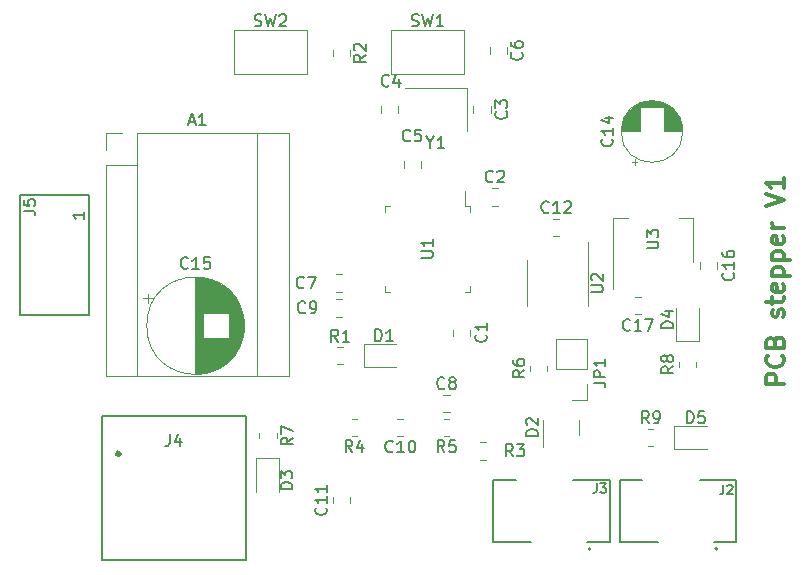
<source format=gbr>
%TF.GenerationSoftware,KiCad,Pcbnew,(6.0.2)*%
%TF.CreationDate,2022-03-05T17:56:55+01:00*%
%TF.ProjectId,PCB_stepper,5043425f-7374-4657-9070-65722e6b6963,rev?*%
%TF.SameCoordinates,Original*%
%TF.FileFunction,Legend,Top*%
%TF.FilePolarity,Positive*%
%FSLAX46Y46*%
G04 Gerber Fmt 4.6, Leading zero omitted, Abs format (unit mm)*
G04 Created by KiCad (PCBNEW (6.0.2)) date 2022-03-05 17:56:55*
%MOMM*%
%LPD*%
G01*
G04 APERTURE LIST*
%ADD10C,0.304800*%
%ADD11C,0.150000*%
%ADD12C,0.120000*%
%ADD13C,0.200000*%
%ADD14C,0.127000*%
%ADD15C,0.400000*%
G04 APERTURE END LIST*
D10*
X174189428Y-88422285D02*
X172665428Y-88422285D01*
X172665428Y-87841714D01*
X172738000Y-87696571D01*
X172810571Y-87624000D01*
X172955714Y-87551428D01*
X173173428Y-87551428D01*
X173318571Y-87624000D01*
X173391142Y-87696571D01*
X173463714Y-87841714D01*
X173463714Y-88422285D01*
X174044285Y-86027428D02*
X174116857Y-86100000D01*
X174189428Y-86317714D01*
X174189428Y-86462857D01*
X174116857Y-86680571D01*
X173971714Y-86825714D01*
X173826571Y-86898285D01*
X173536285Y-86970857D01*
X173318571Y-86970857D01*
X173028285Y-86898285D01*
X172883142Y-86825714D01*
X172738000Y-86680571D01*
X172665428Y-86462857D01*
X172665428Y-86317714D01*
X172738000Y-86100000D01*
X172810571Y-86027428D01*
X173391142Y-84866285D02*
X173463714Y-84648571D01*
X173536285Y-84576000D01*
X173681428Y-84503428D01*
X173899142Y-84503428D01*
X174044285Y-84576000D01*
X174116857Y-84648571D01*
X174189428Y-84793714D01*
X174189428Y-85374285D01*
X172665428Y-85374285D01*
X172665428Y-84866285D01*
X172738000Y-84721142D01*
X172810571Y-84648571D01*
X172955714Y-84576000D01*
X173100857Y-84576000D01*
X173246000Y-84648571D01*
X173318571Y-84721142D01*
X173391142Y-84866285D01*
X173391142Y-85374285D01*
X174116857Y-82761714D02*
X174189428Y-82616571D01*
X174189428Y-82326285D01*
X174116857Y-82181142D01*
X173971714Y-82108571D01*
X173899142Y-82108571D01*
X173754000Y-82181142D01*
X173681428Y-82326285D01*
X173681428Y-82544000D01*
X173608857Y-82689142D01*
X173463714Y-82761714D01*
X173391142Y-82761714D01*
X173246000Y-82689142D01*
X173173428Y-82544000D01*
X173173428Y-82326285D01*
X173246000Y-82181142D01*
X173173428Y-81673142D02*
X173173428Y-81092571D01*
X172665428Y-81455428D02*
X173971714Y-81455428D01*
X174116857Y-81382857D01*
X174189428Y-81237714D01*
X174189428Y-81092571D01*
X174116857Y-80004000D02*
X174189428Y-80149142D01*
X174189428Y-80439428D01*
X174116857Y-80584571D01*
X173971714Y-80657142D01*
X173391142Y-80657142D01*
X173246000Y-80584571D01*
X173173428Y-80439428D01*
X173173428Y-80149142D01*
X173246000Y-80004000D01*
X173391142Y-79931428D01*
X173536285Y-79931428D01*
X173681428Y-80657142D01*
X173173428Y-79278285D02*
X174697428Y-79278285D01*
X173246000Y-79278285D02*
X173173428Y-79133142D01*
X173173428Y-78842857D01*
X173246000Y-78697714D01*
X173318571Y-78625142D01*
X173463714Y-78552571D01*
X173899142Y-78552571D01*
X174044285Y-78625142D01*
X174116857Y-78697714D01*
X174189428Y-78842857D01*
X174189428Y-79133142D01*
X174116857Y-79278285D01*
X173173428Y-77899428D02*
X174697428Y-77899428D01*
X173246000Y-77899428D02*
X173173428Y-77754285D01*
X173173428Y-77464000D01*
X173246000Y-77318857D01*
X173318571Y-77246285D01*
X173463714Y-77173714D01*
X173899142Y-77173714D01*
X174044285Y-77246285D01*
X174116857Y-77318857D01*
X174189428Y-77464000D01*
X174189428Y-77754285D01*
X174116857Y-77899428D01*
X174116857Y-75940000D02*
X174189428Y-76085142D01*
X174189428Y-76375428D01*
X174116857Y-76520571D01*
X173971714Y-76593142D01*
X173391142Y-76593142D01*
X173246000Y-76520571D01*
X173173428Y-76375428D01*
X173173428Y-76085142D01*
X173246000Y-75940000D01*
X173391142Y-75867428D01*
X173536285Y-75867428D01*
X173681428Y-76593142D01*
X174189428Y-75214285D02*
X173173428Y-75214285D01*
X173463714Y-75214285D02*
X173318571Y-75141714D01*
X173246000Y-75069142D01*
X173173428Y-74924000D01*
X173173428Y-74778857D01*
X172665428Y-73327428D02*
X174189428Y-72819428D01*
X172665428Y-72311428D01*
X174189428Y-71005142D02*
X174189428Y-71876000D01*
X174189428Y-71440571D02*
X172665428Y-71440571D01*
X172883142Y-71585714D01*
X173028285Y-71730857D01*
X173100857Y-71876000D01*
D11*
%TO.C,D3*%
X132552380Y-97338095D02*
X131552380Y-97338095D01*
X131552380Y-97100000D01*
X131600000Y-96957142D01*
X131695238Y-96861904D01*
X131790476Y-96814285D01*
X131980952Y-96766666D01*
X132123809Y-96766666D01*
X132314285Y-96814285D01*
X132409523Y-96861904D01*
X132504761Y-96957142D01*
X132552380Y-97100000D01*
X132552380Y-97338095D01*
X131552380Y-96433333D02*
X131552380Y-95814285D01*
X131933333Y-96147619D01*
X131933333Y-96004761D01*
X131980952Y-95909523D01*
X132028571Y-95861904D01*
X132123809Y-95814285D01*
X132361904Y-95814285D01*
X132457142Y-95861904D01*
X132504761Y-95909523D01*
X132552380Y-96004761D01*
X132552380Y-96290476D01*
X132504761Y-96385714D01*
X132457142Y-96433333D01*
%TO.C,C12*%
X154257142Y-73877142D02*
X154209523Y-73924761D01*
X154066666Y-73972380D01*
X153971428Y-73972380D01*
X153828571Y-73924761D01*
X153733333Y-73829523D01*
X153685714Y-73734285D01*
X153638095Y-73543809D01*
X153638095Y-73400952D01*
X153685714Y-73210476D01*
X153733333Y-73115238D01*
X153828571Y-73020000D01*
X153971428Y-72972380D01*
X154066666Y-72972380D01*
X154209523Y-73020000D01*
X154257142Y-73067619D01*
X155209523Y-73972380D02*
X154638095Y-73972380D01*
X154923809Y-73972380D02*
X154923809Y-72972380D01*
X154828571Y-73115238D01*
X154733333Y-73210476D01*
X154638095Y-73258095D01*
X155590476Y-73067619D02*
X155638095Y-73020000D01*
X155733333Y-72972380D01*
X155971428Y-72972380D01*
X156066666Y-73020000D01*
X156114285Y-73067619D01*
X156161904Y-73162857D01*
X156161904Y-73258095D01*
X156114285Y-73400952D01*
X155542857Y-73972380D01*
X156161904Y-73972380D01*
%TO.C,J2*%
X169033333Y-96961904D02*
X169033333Y-97533333D01*
X168995238Y-97647619D01*
X168919047Y-97723809D01*
X168804761Y-97761904D01*
X168728571Y-97761904D01*
X169376190Y-97038095D02*
X169414285Y-97000000D01*
X169490476Y-96961904D01*
X169680952Y-96961904D01*
X169757142Y-97000000D01*
X169795238Y-97038095D01*
X169833333Y-97114285D01*
X169833333Y-97190476D01*
X169795238Y-97304761D01*
X169338095Y-97761904D01*
X169833333Y-97761904D01*
%TO.C,C2*%
X149533333Y-71277142D02*
X149485714Y-71324761D01*
X149342857Y-71372380D01*
X149247619Y-71372380D01*
X149104761Y-71324761D01*
X149009523Y-71229523D01*
X148961904Y-71134285D01*
X148914285Y-70943809D01*
X148914285Y-70800952D01*
X148961904Y-70610476D01*
X149009523Y-70515238D01*
X149104761Y-70420000D01*
X149247619Y-70372380D01*
X149342857Y-70372380D01*
X149485714Y-70420000D01*
X149533333Y-70467619D01*
X149914285Y-70467619D02*
X149961904Y-70420000D01*
X150057142Y-70372380D01*
X150295238Y-70372380D01*
X150390476Y-70420000D01*
X150438095Y-70467619D01*
X150485714Y-70562857D01*
X150485714Y-70658095D01*
X150438095Y-70800952D01*
X149866666Y-71372380D01*
X150485714Y-71372380D01*
%TO.C,R1*%
X136433333Y-84852380D02*
X136100000Y-84376190D01*
X135861904Y-84852380D02*
X135861904Y-83852380D01*
X136242857Y-83852380D01*
X136338095Y-83900000D01*
X136385714Y-83947619D01*
X136433333Y-84042857D01*
X136433333Y-84185714D01*
X136385714Y-84280952D01*
X136338095Y-84328571D01*
X136242857Y-84376190D01*
X135861904Y-84376190D01*
X137385714Y-84852380D02*
X136814285Y-84852380D01*
X137100000Y-84852380D02*
X137100000Y-83852380D01*
X137004761Y-83995238D01*
X136909523Y-84090476D01*
X136814285Y-84138095D01*
%TO.C,C16*%
X169857142Y-79042857D02*
X169904761Y-79090476D01*
X169952380Y-79233333D01*
X169952380Y-79328571D01*
X169904761Y-79471428D01*
X169809523Y-79566666D01*
X169714285Y-79614285D01*
X169523809Y-79661904D01*
X169380952Y-79661904D01*
X169190476Y-79614285D01*
X169095238Y-79566666D01*
X169000000Y-79471428D01*
X168952380Y-79328571D01*
X168952380Y-79233333D01*
X169000000Y-79090476D01*
X169047619Y-79042857D01*
X169952380Y-78090476D02*
X169952380Y-78661904D01*
X169952380Y-78376190D02*
X168952380Y-78376190D01*
X169095238Y-78471428D01*
X169190476Y-78566666D01*
X169238095Y-78661904D01*
X168952380Y-77233333D02*
X168952380Y-77423809D01*
X169000000Y-77519047D01*
X169047619Y-77566666D01*
X169190476Y-77661904D01*
X169380952Y-77709523D01*
X169761904Y-77709523D01*
X169857142Y-77661904D01*
X169904761Y-77614285D01*
X169952380Y-77519047D01*
X169952380Y-77328571D01*
X169904761Y-77233333D01*
X169857142Y-77185714D01*
X169761904Y-77138095D01*
X169523809Y-77138095D01*
X169428571Y-77185714D01*
X169380952Y-77233333D01*
X169333333Y-77328571D01*
X169333333Y-77519047D01*
X169380952Y-77614285D01*
X169428571Y-77661904D01*
X169523809Y-77709523D01*
%TO.C,J5*%
X109802380Y-73783333D02*
X110516666Y-73783333D01*
X110659523Y-73830952D01*
X110754761Y-73926190D01*
X110802380Y-74069047D01*
X110802380Y-74164285D01*
X109802380Y-72830952D02*
X109802380Y-73307142D01*
X110278571Y-73354761D01*
X110230952Y-73307142D01*
X110183333Y-73211904D01*
X110183333Y-72973809D01*
X110230952Y-72878571D01*
X110278571Y-72830952D01*
X110373809Y-72783333D01*
X110611904Y-72783333D01*
X110707142Y-72830952D01*
X110754761Y-72878571D01*
X110802380Y-72973809D01*
X110802380Y-73211904D01*
X110754761Y-73307142D01*
X110707142Y-73354761D01*
X114952380Y-73874285D02*
X114952380Y-74445714D01*
X114952380Y-74160000D02*
X113952380Y-74160000D01*
X114095238Y-74255238D01*
X114190476Y-74350476D01*
X114238095Y-74445714D01*
%TO.C,D5*%
X165961904Y-91752380D02*
X165961904Y-90752380D01*
X166200000Y-90752380D01*
X166342857Y-90800000D01*
X166438095Y-90895238D01*
X166485714Y-90990476D01*
X166533333Y-91180952D01*
X166533333Y-91323809D01*
X166485714Y-91514285D01*
X166438095Y-91609523D01*
X166342857Y-91704761D01*
X166200000Y-91752380D01*
X165961904Y-91752380D01*
X167438095Y-90752380D02*
X166961904Y-90752380D01*
X166914285Y-91228571D01*
X166961904Y-91180952D01*
X167057142Y-91133333D01*
X167295238Y-91133333D01*
X167390476Y-91180952D01*
X167438095Y-91228571D01*
X167485714Y-91323809D01*
X167485714Y-91561904D01*
X167438095Y-91657142D01*
X167390476Y-91704761D01*
X167295238Y-91752380D01*
X167057142Y-91752380D01*
X166961904Y-91704761D01*
X166914285Y-91657142D01*
%TO.C,R3*%
X151233333Y-94552380D02*
X150900000Y-94076190D01*
X150661904Y-94552380D02*
X150661904Y-93552380D01*
X151042857Y-93552380D01*
X151138095Y-93600000D01*
X151185714Y-93647619D01*
X151233333Y-93742857D01*
X151233333Y-93885714D01*
X151185714Y-93980952D01*
X151138095Y-94028571D01*
X151042857Y-94076190D01*
X150661904Y-94076190D01*
X151566666Y-93552380D02*
X152185714Y-93552380D01*
X151852380Y-93933333D01*
X151995238Y-93933333D01*
X152090476Y-93980952D01*
X152138095Y-94028571D01*
X152185714Y-94123809D01*
X152185714Y-94361904D01*
X152138095Y-94457142D01*
X152090476Y-94504761D01*
X151995238Y-94552380D01*
X151709523Y-94552380D01*
X151614285Y-94504761D01*
X151566666Y-94457142D01*
%TO.C,C5*%
X142533333Y-67807142D02*
X142485714Y-67854761D01*
X142342857Y-67902380D01*
X142247619Y-67902380D01*
X142104761Y-67854761D01*
X142009523Y-67759523D01*
X141961904Y-67664285D01*
X141914285Y-67473809D01*
X141914285Y-67330952D01*
X141961904Y-67140476D01*
X142009523Y-67045238D01*
X142104761Y-66950000D01*
X142247619Y-66902380D01*
X142342857Y-66902380D01*
X142485714Y-66950000D01*
X142533333Y-66997619D01*
X143438095Y-66902380D02*
X142961904Y-66902380D01*
X142914285Y-67378571D01*
X142961904Y-67330952D01*
X143057142Y-67283333D01*
X143295238Y-67283333D01*
X143390476Y-67330952D01*
X143438095Y-67378571D01*
X143485714Y-67473809D01*
X143485714Y-67711904D01*
X143438095Y-67807142D01*
X143390476Y-67854761D01*
X143295238Y-67902380D01*
X143057142Y-67902380D01*
X142961904Y-67854761D01*
X142914285Y-67807142D01*
%TO.C,C15*%
X123704491Y-78607142D02*
X123656872Y-78654761D01*
X123514015Y-78702380D01*
X123418777Y-78702380D01*
X123275920Y-78654761D01*
X123180682Y-78559523D01*
X123133063Y-78464285D01*
X123085444Y-78273809D01*
X123085444Y-78130952D01*
X123133063Y-77940476D01*
X123180682Y-77845238D01*
X123275920Y-77750000D01*
X123418777Y-77702380D01*
X123514015Y-77702380D01*
X123656872Y-77750000D01*
X123704491Y-77797619D01*
X124656872Y-78702380D02*
X124085444Y-78702380D01*
X124371158Y-78702380D02*
X124371158Y-77702380D01*
X124275920Y-77845238D01*
X124180682Y-77940476D01*
X124085444Y-77988095D01*
X125561634Y-77702380D02*
X125085444Y-77702380D01*
X125037825Y-78178571D01*
X125085444Y-78130952D01*
X125180682Y-78083333D01*
X125418777Y-78083333D01*
X125514015Y-78130952D01*
X125561634Y-78178571D01*
X125609253Y-78273809D01*
X125609253Y-78511904D01*
X125561634Y-78607142D01*
X125514015Y-78654761D01*
X125418777Y-78702380D01*
X125180682Y-78702380D01*
X125085444Y-78654761D01*
X125037825Y-78607142D01*
%TO.C,R5*%
X145433333Y-94202380D02*
X145100000Y-93726190D01*
X144861904Y-94202380D02*
X144861904Y-93202380D01*
X145242857Y-93202380D01*
X145338095Y-93250000D01*
X145385714Y-93297619D01*
X145433333Y-93392857D01*
X145433333Y-93535714D01*
X145385714Y-93630952D01*
X145338095Y-93678571D01*
X145242857Y-93726190D01*
X144861904Y-93726190D01*
X146338095Y-93202380D02*
X145861904Y-93202380D01*
X145814285Y-93678571D01*
X145861904Y-93630952D01*
X145957142Y-93583333D01*
X146195238Y-93583333D01*
X146290476Y-93630952D01*
X146338095Y-93678571D01*
X146385714Y-93773809D01*
X146385714Y-94011904D01*
X146338095Y-94107142D01*
X146290476Y-94154761D01*
X146195238Y-94202380D01*
X145957142Y-94202380D01*
X145861904Y-94154761D01*
X145814285Y-94107142D01*
%TO.C,C3*%
X150637142Y-65366666D02*
X150684761Y-65414285D01*
X150732380Y-65557142D01*
X150732380Y-65652380D01*
X150684761Y-65795238D01*
X150589523Y-65890476D01*
X150494285Y-65938095D01*
X150303809Y-65985714D01*
X150160952Y-65985714D01*
X149970476Y-65938095D01*
X149875238Y-65890476D01*
X149780000Y-65795238D01*
X149732380Y-65652380D01*
X149732380Y-65557142D01*
X149780000Y-65414285D01*
X149827619Y-65366666D01*
X149732380Y-65033333D02*
X149732380Y-64414285D01*
X150113333Y-64747619D01*
X150113333Y-64604761D01*
X150160952Y-64509523D01*
X150208571Y-64461904D01*
X150303809Y-64414285D01*
X150541904Y-64414285D01*
X150637142Y-64461904D01*
X150684761Y-64509523D01*
X150732380Y-64604761D01*
X150732380Y-64890476D01*
X150684761Y-64985714D01*
X150637142Y-65033333D01*
%TO.C,C10*%
X141057142Y-94137142D02*
X141009523Y-94184761D01*
X140866666Y-94232380D01*
X140771428Y-94232380D01*
X140628571Y-94184761D01*
X140533333Y-94089523D01*
X140485714Y-93994285D01*
X140438095Y-93803809D01*
X140438095Y-93660952D01*
X140485714Y-93470476D01*
X140533333Y-93375238D01*
X140628571Y-93280000D01*
X140771428Y-93232380D01*
X140866666Y-93232380D01*
X141009523Y-93280000D01*
X141057142Y-93327619D01*
X142009523Y-94232380D02*
X141438095Y-94232380D01*
X141723809Y-94232380D02*
X141723809Y-93232380D01*
X141628571Y-93375238D01*
X141533333Y-93470476D01*
X141438095Y-93518095D01*
X142628571Y-93232380D02*
X142723809Y-93232380D01*
X142819047Y-93280000D01*
X142866666Y-93327619D01*
X142914285Y-93422857D01*
X142961904Y-93613333D01*
X142961904Y-93851428D01*
X142914285Y-94041904D01*
X142866666Y-94137142D01*
X142819047Y-94184761D01*
X142723809Y-94232380D01*
X142628571Y-94232380D01*
X142533333Y-94184761D01*
X142485714Y-94137142D01*
X142438095Y-94041904D01*
X142390476Y-93851428D01*
X142390476Y-93613333D01*
X142438095Y-93422857D01*
X142485714Y-93327619D01*
X142533333Y-93280000D01*
X142628571Y-93232380D01*
%TO.C,A1*%
X123795714Y-66236666D02*
X124271904Y-66236666D01*
X123700476Y-66522380D02*
X124033809Y-65522380D01*
X124367142Y-66522380D01*
X125224285Y-66522380D02*
X124652857Y-66522380D01*
X124938571Y-66522380D02*
X124938571Y-65522380D01*
X124843333Y-65665238D01*
X124748095Y-65760476D01*
X124652857Y-65808095D01*
%TO.C,C7*%
X133533333Y-80257142D02*
X133485714Y-80304761D01*
X133342857Y-80352380D01*
X133247619Y-80352380D01*
X133104761Y-80304761D01*
X133009523Y-80209523D01*
X132961904Y-80114285D01*
X132914285Y-79923809D01*
X132914285Y-79780952D01*
X132961904Y-79590476D01*
X133009523Y-79495238D01*
X133104761Y-79400000D01*
X133247619Y-79352380D01*
X133342857Y-79352380D01*
X133485714Y-79400000D01*
X133533333Y-79447619D01*
X133866666Y-79352380D02*
X134533333Y-79352380D01*
X134104761Y-80352380D01*
%TO.C,C4*%
X140733333Y-63157142D02*
X140685714Y-63204761D01*
X140542857Y-63252380D01*
X140447619Y-63252380D01*
X140304761Y-63204761D01*
X140209523Y-63109523D01*
X140161904Y-63014285D01*
X140114285Y-62823809D01*
X140114285Y-62680952D01*
X140161904Y-62490476D01*
X140209523Y-62395238D01*
X140304761Y-62300000D01*
X140447619Y-62252380D01*
X140542857Y-62252380D01*
X140685714Y-62300000D01*
X140733333Y-62347619D01*
X141590476Y-62585714D02*
X141590476Y-63252380D01*
X141352380Y-62204761D02*
X141114285Y-62919047D01*
X141733333Y-62919047D01*
%TO.C,Y1*%
X144223809Y-67976190D02*
X144223809Y-68452380D01*
X143890476Y-67452380D02*
X144223809Y-67976190D01*
X144557142Y-67452380D01*
X145414285Y-68452380D02*
X144842857Y-68452380D01*
X145128571Y-68452380D02*
X145128571Y-67452380D01*
X145033333Y-67595238D01*
X144938095Y-67690476D01*
X144842857Y-67738095D01*
%TO.C,SW2*%
X129366666Y-58104761D02*
X129509523Y-58152380D01*
X129747619Y-58152380D01*
X129842857Y-58104761D01*
X129890476Y-58057142D01*
X129938095Y-57961904D01*
X129938095Y-57866666D01*
X129890476Y-57771428D01*
X129842857Y-57723809D01*
X129747619Y-57676190D01*
X129557142Y-57628571D01*
X129461904Y-57580952D01*
X129414285Y-57533333D01*
X129366666Y-57438095D01*
X129366666Y-57342857D01*
X129414285Y-57247619D01*
X129461904Y-57200000D01*
X129557142Y-57152380D01*
X129795238Y-57152380D01*
X129938095Y-57200000D01*
X130271428Y-57152380D02*
X130509523Y-58152380D01*
X130700000Y-57438095D01*
X130890476Y-58152380D01*
X131128571Y-57152380D01*
X131461904Y-57247619D02*
X131509523Y-57200000D01*
X131604761Y-57152380D01*
X131842857Y-57152380D01*
X131938095Y-57200000D01*
X131985714Y-57247619D01*
X132033333Y-57342857D01*
X132033333Y-57438095D01*
X131985714Y-57580952D01*
X131414285Y-58152380D01*
X132033333Y-58152380D01*
%TO.C,D1*%
X139556904Y-84807380D02*
X139556904Y-83807380D01*
X139795000Y-83807380D01*
X139937857Y-83855000D01*
X140033095Y-83950238D01*
X140080714Y-84045476D01*
X140128333Y-84235952D01*
X140128333Y-84378809D01*
X140080714Y-84569285D01*
X140033095Y-84664523D01*
X139937857Y-84759761D01*
X139795000Y-84807380D01*
X139556904Y-84807380D01*
X141080714Y-84807380D02*
X140509285Y-84807380D01*
X140795000Y-84807380D02*
X140795000Y-83807380D01*
X140699761Y-83950238D01*
X140604523Y-84045476D01*
X140509285Y-84093095D01*
%TO.C,R8*%
X164802380Y-86941666D02*
X164326190Y-87275000D01*
X164802380Y-87513095D02*
X163802380Y-87513095D01*
X163802380Y-87132142D01*
X163850000Y-87036904D01*
X163897619Y-86989285D01*
X163992857Y-86941666D01*
X164135714Y-86941666D01*
X164230952Y-86989285D01*
X164278571Y-87036904D01*
X164326190Y-87132142D01*
X164326190Y-87513095D01*
X164230952Y-86370238D02*
X164183333Y-86465476D01*
X164135714Y-86513095D01*
X164040476Y-86560714D01*
X163992857Y-86560714D01*
X163897619Y-86513095D01*
X163850000Y-86465476D01*
X163802380Y-86370238D01*
X163802380Y-86179761D01*
X163850000Y-86084523D01*
X163897619Y-86036904D01*
X163992857Y-85989285D01*
X164040476Y-85989285D01*
X164135714Y-86036904D01*
X164183333Y-86084523D01*
X164230952Y-86179761D01*
X164230952Y-86370238D01*
X164278571Y-86465476D01*
X164326190Y-86513095D01*
X164421428Y-86560714D01*
X164611904Y-86560714D01*
X164707142Y-86513095D01*
X164754761Y-86465476D01*
X164802380Y-86370238D01*
X164802380Y-86179761D01*
X164754761Y-86084523D01*
X164707142Y-86036904D01*
X164611904Y-85989285D01*
X164421428Y-85989285D01*
X164326190Y-86036904D01*
X164278571Y-86084523D01*
X164230952Y-86179761D01*
%TO.C,D2*%
X153352380Y-92838095D02*
X152352380Y-92838095D01*
X152352380Y-92600000D01*
X152400000Y-92457142D01*
X152495238Y-92361904D01*
X152590476Y-92314285D01*
X152780952Y-92266666D01*
X152923809Y-92266666D01*
X153114285Y-92314285D01*
X153209523Y-92361904D01*
X153304761Y-92457142D01*
X153352380Y-92600000D01*
X153352380Y-92838095D01*
X152447619Y-91885714D02*
X152400000Y-91838095D01*
X152352380Y-91742857D01*
X152352380Y-91504761D01*
X152400000Y-91409523D01*
X152447619Y-91361904D01*
X152542857Y-91314285D01*
X152638095Y-91314285D01*
X152780952Y-91361904D01*
X153352380Y-91933333D01*
X153352380Y-91314285D01*
%TO.C,R4*%
X137633333Y-94202380D02*
X137300000Y-93726190D01*
X137061904Y-94202380D02*
X137061904Y-93202380D01*
X137442857Y-93202380D01*
X137538095Y-93250000D01*
X137585714Y-93297619D01*
X137633333Y-93392857D01*
X137633333Y-93535714D01*
X137585714Y-93630952D01*
X137538095Y-93678571D01*
X137442857Y-93726190D01*
X137061904Y-93726190D01*
X138490476Y-93535714D02*
X138490476Y-94202380D01*
X138252380Y-93154761D02*
X138014285Y-93869047D01*
X138633333Y-93869047D01*
%TO.C,R9*%
X162733333Y-91752380D02*
X162400000Y-91276190D01*
X162161904Y-91752380D02*
X162161904Y-90752380D01*
X162542857Y-90752380D01*
X162638095Y-90800000D01*
X162685714Y-90847619D01*
X162733333Y-90942857D01*
X162733333Y-91085714D01*
X162685714Y-91180952D01*
X162638095Y-91228571D01*
X162542857Y-91276190D01*
X162161904Y-91276190D01*
X163209523Y-91752380D02*
X163400000Y-91752380D01*
X163495238Y-91704761D01*
X163542857Y-91657142D01*
X163638095Y-91514285D01*
X163685714Y-91323809D01*
X163685714Y-90942857D01*
X163638095Y-90847619D01*
X163590476Y-90800000D01*
X163495238Y-90752380D01*
X163304761Y-90752380D01*
X163209523Y-90800000D01*
X163161904Y-90847619D01*
X163114285Y-90942857D01*
X163114285Y-91180952D01*
X163161904Y-91276190D01*
X163209523Y-91323809D01*
X163304761Y-91371428D01*
X163495238Y-91371428D01*
X163590476Y-91323809D01*
X163638095Y-91276190D01*
X163685714Y-91180952D01*
%TO.C,R6*%
X152202380Y-87266666D02*
X151726190Y-87600000D01*
X152202380Y-87838095D02*
X151202380Y-87838095D01*
X151202380Y-87457142D01*
X151250000Y-87361904D01*
X151297619Y-87314285D01*
X151392857Y-87266666D01*
X151535714Y-87266666D01*
X151630952Y-87314285D01*
X151678571Y-87361904D01*
X151726190Y-87457142D01*
X151726190Y-87838095D01*
X151202380Y-86409523D02*
X151202380Y-86600000D01*
X151250000Y-86695238D01*
X151297619Y-86742857D01*
X151440476Y-86838095D01*
X151630952Y-86885714D01*
X152011904Y-86885714D01*
X152107142Y-86838095D01*
X152154761Y-86790476D01*
X152202380Y-86695238D01*
X152202380Y-86504761D01*
X152154761Y-86409523D01*
X152107142Y-86361904D01*
X152011904Y-86314285D01*
X151773809Y-86314285D01*
X151678571Y-86361904D01*
X151630952Y-86409523D01*
X151583333Y-86504761D01*
X151583333Y-86695238D01*
X151630952Y-86790476D01*
X151678571Y-86838095D01*
X151773809Y-86885714D01*
%TO.C,U3*%
X162552380Y-76961904D02*
X163361904Y-76961904D01*
X163457142Y-76914285D01*
X163504761Y-76866666D01*
X163552380Y-76771428D01*
X163552380Y-76580952D01*
X163504761Y-76485714D01*
X163457142Y-76438095D01*
X163361904Y-76390476D01*
X162552380Y-76390476D01*
X162552380Y-76009523D02*
X162552380Y-75390476D01*
X162933333Y-75723809D01*
X162933333Y-75580952D01*
X162980952Y-75485714D01*
X163028571Y-75438095D01*
X163123809Y-75390476D01*
X163361904Y-75390476D01*
X163457142Y-75438095D01*
X163504761Y-75485714D01*
X163552380Y-75580952D01*
X163552380Y-75866666D01*
X163504761Y-75961904D01*
X163457142Y-76009523D01*
%TO.C,U2*%
X157852380Y-80661904D02*
X158661904Y-80661904D01*
X158757142Y-80614285D01*
X158804761Y-80566666D01*
X158852380Y-80471428D01*
X158852380Y-80280952D01*
X158804761Y-80185714D01*
X158757142Y-80138095D01*
X158661904Y-80090476D01*
X157852380Y-80090476D01*
X157947619Y-79661904D02*
X157900000Y-79614285D01*
X157852380Y-79519047D01*
X157852380Y-79280952D01*
X157900000Y-79185714D01*
X157947619Y-79138095D01*
X158042857Y-79090476D01*
X158138095Y-79090476D01*
X158280952Y-79138095D01*
X158852380Y-79709523D01*
X158852380Y-79090476D01*
%TO.C,C11*%
X135377142Y-98905357D02*
X135424761Y-98952976D01*
X135472380Y-99095833D01*
X135472380Y-99191071D01*
X135424761Y-99333928D01*
X135329523Y-99429166D01*
X135234285Y-99476785D01*
X135043809Y-99524404D01*
X134900952Y-99524404D01*
X134710476Y-99476785D01*
X134615238Y-99429166D01*
X134520000Y-99333928D01*
X134472380Y-99191071D01*
X134472380Y-99095833D01*
X134520000Y-98952976D01*
X134567619Y-98905357D01*
X135472380Y-97952976D02*
X135472380Y-98524404D01*
X135472380Y-98238690D02*
X134472380Y-98238690D01*
X134615238Y-98333928D01*
X134710476Y-98429166D01*
X134758095Y-98524404D01*
X135472380Y-97000595D02*
X135472380Y-97572023D01*
X135472380Y-97286309D02*
X134472380Y-97286309D01*
X134615238Y-97381547D01*
X134710476Y-97476785D01*
X134758095Y-97572023D01*
%TO.C,J3*%
X158333333Y-96861904D02*
X158333333Y-97433333D01*
X158295238Y-97547619D01*
X158219047Y-97623809D01*
X158104761Y-97661904D01*
X158028571Y-97661904D01*
X158638095Y-96861904D02*
X159133333Y-96861904D01*
X158866666Y-97166666D01*
X158980952Y-97166666D01*
X159057142Y-97204761D01*
X159095238Y-97242857D01*
X159133333Y-97319047D01*
X159133333Y-97509523D01*
X159095238Y-97585714D01*
X159057142Y-97623809D01*
X158980952Y-97661904D01*
X158752380Y-97661904D01*
X158676190Y-97623809D01*
X158638095Y-97585714D01*
%TO.C,C1*%
X148937142Y-84266666D02*
X148984761Y-84314285D01*
X149032380Y-84457142D01*
X149032380Y-84552380D01*
X148984761Y-84695238D01*
X148889523Y-84790476D01*
X148794285Y-84838095D01*
X148603809Y-84885714D01*
X148460952Y-84885714D01*
X148270476Y-84838095D01*
X148175238Y-84790476D01*
X148080000Y-84695238D01*
X148032380Y-84552380D01*
X148032380Y-84457142D01*
X148080000Y-84314285D01*
X148127619Y-84266666D01*
X149032380Y-83314285D02*
X149032380Y-83885714D01*
X149032380Y-83600000D02*
X148032380Y-83600000D01*
X148175238Y-83695238D01*
X148270476Y-83790476D01*
X148318095Y-83885714D01*
%TO.C,C9*%
X133633333Y-82357142D02*
X133585714Y-82404761D01*
X133442857Y-82452380D01*
X133347619Y-82452380D01*
X133204761Y-82404761D01*
X133109523Y-82309523D01*
X133061904Y-82214285D01*
X133014285Y-82023809D01*
X133014285Y-81880952D01*
X133061904Y-81690476D01*
X133109523Y-81595238D01*
X133204761Y-81500000D01*
X133347619Y-81452380D01*
X133442857Y-81452380D01*
X133585714Y-81500000D01*
X133633333Y-81547619D01*
X134109523Y-82452380D02*
X134300000Y-82452380D01*
X134395238Y-82404761D01*
X134442857Y-82357142D01*
X134538095Y-82214285D01*
X134585714Y-82023809D01*
X134585714Y-81642857D01*
X134538095Y-81547619D01*
X134490476Y-81500000D01*
X134395238Y-81452380D01*
X134204761Y-81452380D01*
X134109523Y-81500000D01*
X134061904Y-81547619D01*
X134014285Y-81642857D01*
X134014285Y-81880952D01*
X134061904Y-81976190D01*
X134109523Y-82023809D01*
X134204761Y-82071428D01*
X134395238Y-82071428D01*
X134490476Y-82023809D01*
X134538095Y-81976190D01*
X134585714Y-81880952D01*
%TO.C,R7*%
X132602380Y-92986666D02*
X132126190Y-93320000D01*
X132602380Y-93558095D02*
X131602380Y-93558095D01*
X131602380Y-93177142D01*
X131650000Y-93081904D01*
X131697619Y-93034285D01*
X131792857Y-92986666D01*
X131935714Y-92986666D01*
X132030952Y-93034285D01*
X132078571Y-93081904D01*
X132126190Y-93177142D01*
X132126190Y-93558095D01*
X131602380Y-92653333D02*
X131602380Y-91986666D01*
X132602380Y-92415238D01*
%TO.C,C17*%
X161157142Y-83837142D02*
X161109523Y-83884761D01*
X160966666Y-83932380D01*
X160871428Y-83932380D01*
X160728571Y-83884761D01*
X160633333Y-83789523D01*
X160585714Y-83694285D01*
X160538095Y-83503809D01*
X160538095Y-83360952D01*
X160585714Y-83170476D01*
X160633333Y-83075238D01*
X160728571Y-82980000D01*
X160871428Y-82932380D01*
X160966666Y-82932380D01*
X161109523Y-82980000D01*
X161157142Y-83027619D01*
X162109523Y-83932380D02*
X161538095Y-83932380D01*
X161823809Y-83932380D02*
X161823809Y-82932380D01*
X161728571Y-83075238D01*
X161633333Y-83170476D01*
X161538095Y-83218095D01*
X162442857Y-82932380D02*
X163109523Y-82932380D01*
X162680952Y-83932380D01*
%TO.C,J4*%
X122166666Y-92702380D02*
X122166666Y-93416666D01*
X122119047Y-93559523D01*
X122023809Y-93654761D01*
X121880952Y-93702380D01*
X121785714Y-93702380D01*
X123071428Y-93035714D02*
X123071428Y-93702380D01*
X122833333Y-92654761D02*
X122595238Y-93369047D01*
X123214285Y-93369047D01*
%TO.C,JP1*%
X158052380Y-88333333D02*
X158766666Y-88333333D01*
X158909523Y-88380952D01*
X159004761Y-88476190D01*
X159052380Y-88619047D01*
X159052380Y-88714285D01*
X159052380Y-87857142D02*
X158052380Y-87857142D01*
X158052380Y-87476190D01*
X158100000Y-87380952D01*
X158147619Y-87333333D01*
X158242857Y-87285714D01*
X158385714Y-87285714D01*
X158480952Y-87333333D01*
X158528571Y-87380952D01*
X158576190Y-87476190D01*
X158576190Y-87857142D01*
X159052380Y-86333333D02*
X159052380Y-86904761D01*
X159052380Y-86619047D02*
X158052380Y-86619047D01*
X158195238Y-86714285D01*
X158290476Y-86809523D01*
X158338095Y-86904761D01*
%TO.C,C6*%
X151957142Y-60366666D02*
X152004761Y-60414285D01*
X152052380Y-60557142D01*
X152052380Y-60652380D01*
X152004761Y-60795238D01*
X151909523Y-60890476D01*
X151814285Y-60938095D01*
X151623809Y-60985714D01*
X151480952Y-60985714D01*
X151290476Y-60938095D01*
X151195238Y-60890476D01*
X151100000Y-60795238D01*
X151052380Y-60652380D01*
X151052380Y-60557142D01*
X151100000Y-60414285D01*
X151147619Y-60366666D01*
X151052380Y-59509523D02*
X151052380Y-59700000D01*
X151100000Y-59795238D01*
X151147619Y-59842857D01*
X151290476Y-59938095D01*
X151480952Y-59985714D01*
X151861904Y-59985714D01*
X151957142Y-59938095D01*
X152004761Y-59890476D01*
X152052380Y-59795238D01*
X152052380Y-59604761D01*
X152004761Y-59509523D01*
X151957142Y-59461904D01*
X151861904Y-59414285D01*
X151623809Y-59414285D01*
X151528571Y-59461904D01*
X151480952Y-59509523D01*
X151433333Y-59604761D01*
X151433333Y-59795238D01*
X151480952Y-59890476D01*
X151528571Y-59938095D01*
X151623809Y-59985714D01*
%TO.C,C8*%
X145433333Y-88777142D02*
X145385714Y-88824761D01*
X145242857Y-88872380D01*
X145147619Y-88872380D01*
X145004761Y-88824761D01*
X144909523Y-88729523D01*
X144861904Y-88634285D01*
X144814285Y-88443809D01*
X144814285Y-88300952D01*
X144861904Y-88110476D01*
X144909523Y-88015238D01*
X145004761Y-87920000D01*
X145147619Y-87872380D01*
X145242857Y-87872380D01*
X145385714Y-87920000D01*
X145433333Y-87967619D01*
X146004761Y-88300952D02*
X145909523Y-88253333D01*
X145861904Y-88205714D01*
X145814285Y-88110476D01*
X145814285Y-88062857D01*
X145861904Y-87967619D01*
X145909523Y-87920000D01*
X146004761Y-87872380D01*
X146195238Y-87872380D01*
X146290476Y-87920000D01*
X146338095Y-87967619D01*
X146385714Y-88062857D01*
X146385714Y-88110476D01*
X146338095Y-88205714D01*
X146290476Y-88253333D01*
X146195238Y-88300952D01*
X146004761Y-88300952D01*
X145909523Y-88348571D01*
X145861904Y-88396190D01*
X145814285Y-88491428D01*
X145814285Y-88681904D01*
X145861904Y-88777142D01*
X145909523Y-88824761D01*
X146004761Y-88872380D01*
X146195238Y-88872380D01*
X146290476Y-88824761D01*
X146338095Y-88777142D01*
X146385714Y-88681904D01*
X146385714Y-88491428D01*
X146338095Y-88396190D01*
X146290476Y-88348571D01*
X146195238Y-88300952D01*
%TO.C,D4*%
X164802380Y-83713095D02*
X163802380Y-83713095D01*
X163802380Y-83475000D01*
X163850000Y-83332142D01*
X163945238Y-83236904D01*
X164040476Y-83189285D01*
X164230952Y-83141666D01*
X164373809Y-83141666D01*
X164564285Y-83189285D01*
X164659523Y-83236904D01*
X164754761Y-83332142D01*
X164802380Y-83475000D01*
X164802380Y-83713095D01*
X164135714Y-82284523D02*
X164802380Y-82284523D01*
X163754761Y-82522619D02*
X164469047Y-82760714D01*
X164469047Y-82141666D01*
%TO.C,SW1*%
X142666666Y-58104761D02*
X142809523Y-58152380D01*
X143047619Y-58152380D01*
X143142857Y-58104761D01*
X143190476Y-58057142D01*
X143238095Y-57961904D01*
X143238095Y-57866666D01*
X143190476Y-57771428D01*
X143142857Y-57723809D01*
X143047619Y-57676190D01*
X142857142Y-57628571D01*
X142761904Y-57580952D01*
X142714285Y-57533333D01*
X142666666Y-57438095D01*
X142666666Y-57342857D01*
X142714285Y-57247619D01*
X142761904Y-57200000D01*
X142857142Y-57152380D01*
X143095238Y-57152380D01*
X143238095Y-57200000D01*
X143571428Y-57152380D02*
X143809523Y-58152380D01*
X144000000Y-57438095D01*
X144190476Y-58152380D01*
X144428571Y-57152380D01*
X145333333Y-58152380D02*
X144761904Y-58152380D01*
X145047619Y-58152380D02*
X145047619Y-57152380D01*
X144952380Y-57295238D01*
X144857142Y-57390476D01*
X144761904Y-57438095D01*
%TO.C,U1*%
X143452380Y-77761904D02*
X144261904Y-77761904D01*
X144357142Y-77714285D01*
X144404761Y-77666666D01*
X144452380Y-77571428D01*
X144452380Y-77380952D01*
X144404761Y-77285714D01*
X144357142Y-77238095D01*
X144261904Y-77190476D01*
X143452380Y-77190476D01*
X144452380Y-76190476D02*
X144452380Y-76761904D01*
X144452380Y-76476190D02*
X143452380Y-76476190D01*
X143595238Y-76571428D01*
X143690476Y-76666666D01*
X143738095Y-76761904D01*
%TO.C,C14*%
X159607142Y-67697970D02*
X159654761Y-67745589D01*
X159702380Y-67888446D01*
X159702380Y-67983684D01*
X159654761Y-68126541D01*
X159559523Y-68221779D01*
X159464285Y-68269398D01*
X159273809Y-68317017D01*
X159130952Y-68317017D01*
X158940476Y-68269398D01*
X158845238Y-68221779D01*
X158750000Y-68126541D01*
X158702380Y-67983684D01*
X158702380Y-67888446D01*
X158750000Y-67745589D01*
X158797619Y-67697970D01*
X159702380Y-66745589D02*
X159702380Y-67317017D01*
X159702380Y-67031303D02*
X158702380Y-67031303D01*
X158845238Y-67126541D01*
X158940476Y-67221779D01*
X158988095Y-67317017D01*
X159035714Y-65888446D02*
X159702380Y-65888446D01*
X158654761Y-66126541D02*
X159369047Y-66364636D01*
X159369047Y-65745589D01*
%TO.C,R2*%
X138752380Y-60566666D02*
X138276190Y-60900000D01*
X138752380Y-61138095D02*
X137752380Y-61138095D01*
X137752380Y-60757142D01*
X137800000Y-60661904D01*
X137847619Y-60614285D01*
X137942857Y-60566666D01*
X138085714Y-60566666D01*
X138180952Y-60614285D01*
X138228571Y-60661904D01*
X138276190Y-60757142D01*
X138276190Y-61138095D01*
X137847619Y-60185714D02*
X137800000Y-60138095D01*
X137752380Y-60042857D01*
X137752380Y-59804761D01*
X137800000Y-59709523D01*
X137847619Y-59661904D01*
X137942857Y-59614285D01*
X138038095Y-59614285D01*
X138180952Y-59661904D01*
X138752380Y-60233333D01*
X138752380Y-59614285D01*
D12*
%TO.C,D3*%
X131410000Y-97600000D02*
X131410000Y-94740000D01*
X131410000Y-94740000D02*
X129490000Y-94740000D01*
X129490000Y-94740000D02*
X129490000Y-97600000D01*
%TO.C,C12*%
X154638748Y-75935000D02*
X155161252Y-75935000D01*
X154638748Y-74465000D02*
X155161252Y-74465000D01*
D13*
%TO.C,J2*%
X160260000Y-101800000D02*
X163470000Y-101800000D01*
X167030000Y-96600000D02*
X170140000Y-96600000D01*
X170140000Y-96600000D02*
X170140000Y-101800000D01*
X170140000Y-101800000D02*
X168230000Y-101800000D01*
X160260000Y-96600000D02*
X160260000Y-101800000D01*
X162170000Y-96600000D02*
X160260000Y-96600000D01*
X168530000Y-102400000D02*
G75*
G03*
X168530000Y-102400000I-100000J0D01*
G01*
D12*
%TO.C,C2*%
X149438748Y-73335000D02*
X149961252Y-73335000D01*
X149438748Y-71865000D02*
X149961252Y-71865000D01*
%TO.C,R1*%
X136372936Y-86785000D02*
X136827064Y-86785000D01*
X136372936Y-85315000D02*
X136827064Y-85315000D01*
%TO.C,C16*%
X168535000Y-78661252D02*
X168535000Y-78138748D01*
X167065000Y-78661252D02*
X167065000Y-78138748D01*
D14*
%TO.C,J5*%
X115300000Y-82600000D02*
X109500000Y-82600000D01*
X109500000Y-82600000D02*
X109500000Y-72400000D01*
X115300000Y-72400000D02*
X115300000Y-82600000D01*
X109500000Y-72400000D02*
X115300000Y-72400000D01*
D12*
%TO.C,D5*%
X164840000Y-93910000D02*
X167700000Y-93910000D01*
X164840000Y-91990000D02*
X164840000Y-93910000D01*
X167700000Y-91990000D02*
X164840000Y-91990000D01*
%TO.C,R3*%
X148472936Y-93365000D02*
X148927064Y-93365000D01*
X148472936Y-94835000D02*
X148927064Y-94835000D01*
%TO.C,C5*%
X141965000Y-70111252D02*
X141965000Y-69588748D01*
X143435000Y-70111252D02*
X143435000Y-69588748D01*
%TO.C,C15*%
X125108349Y-84540000D02*
X125108349Y-87510000D01*
X126468349Y-80007000D02*
X126468349Y-82460000D01*
X126748349Y-80191000D02*
X126748349Y-82460000D01*
X128268349Y-82271000D02*
X128268349Y-84729000D01*
X125668349Y-79637000D02*
X125668349Y-82460000D01*
X125228349Y-79515000D02*
X125228349Y-82460000D01*
X127188349Y-80555000D02*
X127188349Y-86445000D01*
X125988349Y-84540000D02*
X125988349Y-87240000D01*
X125027349Y-79476000D02*
X125027349Y-87524000D01*
X126188349Y-84540000D02*
X126188349Y-87147000D01*
X126508349Y-80031000D02*
X126508349Y-82460000D01*
X124347349Y-79420000D02*
X124347349Y-87580000D01*
X126028349Y-84540000D02*
X126028349Y-87222000D01*
X128228349Y-82154000D02*
X128228349Y-84846000D01*
X126068349Y-79796000D02*
X126068349Y-82460000D01*
X126788349Y-84540000D02*
X126788349Y-86780000D01*
X126668349Y-80135000D02*
X126668349Y-82460000D01*
X126268349Y-84540000D02*
X126268349Y-87106000D01*
X128068349Y-81769000D02*
X128068349Y-85231000D01*
X128148349Y-81948000D02*
X128148349Y-85052000D01*
X126868349Y-84540000D02*
X126868349Y-86720000D01*
X126268349Y-79894000D02*
X126268349Y-82460000D01*
X120337651Y-80785000D02*
X120337651Y-81585000D01*
X126908349Y-84540000D02*
X126908349Y-86689000D01*
X125908349Y-79726000D02*
X125908349Y-82460000D01*
X127148349Y-80517000D02*
X127148349Y-86483000D01*
X126348349Y-79938000D02*
X126348349Y-82460000D01*
X126708349Y-80162000D02*
X126708349Y-82460000D01*
X127308349Y-80674000D02*
X127308349Y-86326000D01*
X128308349Y-82402000D02*
X128308349Y-84598000D01*
X125108349Y-79490000D02*
X125108349Y-82460000D01*
X125188349Y-84540000D02*
X125188349Y-87494000D01*
X127268349Y-80633000D02*
X127268349Y-86367000D01*
X126028349Y-79778000D02*
X126028349Y-82460000D01*
X126868349Y-80280000D02*
X126868349Y-82460000D01*
X127748349Y-81213000D02*
X127748349Y-85787000D01*
X127028349Y-80410000D02*
X127028349Y-82460000D01*
X125868349Y-84540000D02*
X125868349Y-87290000D01*
X125068349Y-84540000D02*
X125068349Y-87517000D01*
X125348349Y-79543000D02*
X125348349Y-82460000D01*
X125788349Y-79679000D02*
X125788349Y-82460000D01*
X125268349Y-84540000D02*
X125268349Y-87476000D01*
X124907349Y-79458000D02*
X124907349Y-87542000D01*
X126108349Y-79814000D02*
X126108349Y-82460000D01*
X127948349Y-81536000D02*
X127948349Y-85464000D01*
X127068349Y-84540000D02*
X127068349Y-86555000D01*
X125788349Y-84540000D02*
X125788349Y-87321000D01*
X126748349Y-84540000D02*
X126748349Y-86809000D01*
X127508349Y-80896000D02*
X127508349Y-86104000D01*
X125508349Y-84540000D02*
X125508349Y-87414000D01*
X127868349Y-81398000D02*
X127868349Y-85602000D01*
X125748349Y-79665000D02*
X125748349Y-82460000D01*
X125148349Y-79498000D02*
X125148349Y-82460000D01*
X125548349Y-84540000D02*
X125548349Y-87402000D01*
X125828349Y-79695000D02*
X125828349Y-82460000D01*
X124507349Y-79423000D02*
X124507349Y-87577000D01*
X124867349Y-79452000D02*
X124867349Y-87548000D01*
X126628349Y-84540000D02*
X126628349Y-86892000D01*
X126108349Y-84540000D02*
X126108349Y-87186000D01*
X127108349Y-84540000D02*
X127108349Y-86519000D01*
X126948349Y-80344000D02*
X126948349Y-82460000D01*
X125268349Y-79524000D02*
X125268349Y-82460000D01*
X124587349Y-79426000D02*
X124587349Y-87574000D01*
X125588349Y-79611000D02*
X125588349Y-82460000D01*
X126948349Y-84540000D02*
X126948349Y-86656000D01*
X119937651Y-81185000D02*
X120737651Y-81185000D01*
X125628349Y-84540000D02*
X125628349Y-87377000D01*
X124387349Y-79420000D02*
X124387349Y-87580000D01*
X127788349Y-81272000D02*
X127788349Y-85728000D01*
X127708349Y-81155000D02*
X127708349Y-85845000D01*
X124947349Y-79463000D02*
X124947349Y-87537000D01*
X124627349Y-79429000D02*
X124627349Y-87571000D01*
X124787349Y-79443000D02*
X124787349Y-87557000D01*
X127068349Y-80445000D02*
X127068349Y-82460000D01*
X125628349Y-79623000D02*
X125628349Y-82460000D01*
X125948349Y-79743000D02*
X125948349Y-82460000D01*
X125428349Y-84540000D02*
X125428349Y-87436000D01*
X125948349Y-84540000D02*
X125948349Y-87257000D01*
X126788349Y-80220000D02*
X126788349Y-82460000D01*
X126348349Y-84540000D02*
X126348349Y-87062000D01*
X128188349Y-82047000D02*
X128188349Y-84953000D01*
X124547349Y-79424000D02*
X124547349Y-87576000D01*
X126308349Y-79916000D02*
X126308349Y-82460000D01*
X127988349Y-81610000D02*
X127988349Y-85390000D01*
X124827349Y-79448000D02*
X124827349Y-87552000D01*
X125868349Y-79710000D02*
X125868349Y-82460000D01*
X125308349Y-84540000D02*
X125308349Y-87467000D01*
X126388349Y-79960000D02*
X126388349Y-82460000D01*
X127908349Y-81466000D02*
X127908349Y-85534000D01*
X126468349Y-84540000D02*
X126468349Y-86993000D01*
X127588349Y-80995000D02*
X127588349Y-86005000D01*
X127428349Y-80803000D02*
X127428349Y-86197000D01*
X128028349Y-81687000D02*
X128028349Y-85313000D01*
X126708349Y-84540000D02*
X126708349Y-86838000D01*
X126588349Y-80082000D02*
X126588349Y-82460000D01*
X128108349Y-81855000D02*
X128108349Y-85145000D01*
X125388349Y-79553000D02*
X125388349Y-82460000D01*
X128348349Y-82552000D02*
X128348349Y-84448000D01*
X125348349Y-84540000D02*
X125348349Y-87457000D01*
X126188349Y-79853000D02*
X126188349Y-82460000D01*
X127828349Y-81334000D02*
X127828349Y-85666000D01*
X126828349Y-84540000D02*
X126828349Y-86750000D01*
X127668349Y-81100000D02*
X127668349Y-85900000D01*
X125708349Y-79650000D02*
X125708349Y-82460000D01*
X126148349Y-79834000D02*
X126148349Y-82460000D01*
X125228349Y-84540000D02*
X125228349Y-87485000D01*
X125508349Y-79586000D02*
X125508349Y-82460000D01*
X125668349Y-84540000D02*
X125668349Y-87363000D01*
X125308349Y-79533000D02*
X125308349Y-82460000D01*
X126548349Y-80056000D02*
X126548349Y-82460000D01*
X127028349Y-84540000D02*
X127028349Y-86590000D01*
X126308349Y-84540000D02*
X126308349Y-87084000D01*
X126628349Y-80108000D02*
X126628349Y-82460000D01*
X125068349Y-79483000D02*
X125068349Y-82460000D01*
X125468349Y-84540000D02*
X125468349Y-87425000D01*
X127108349Y-80481000D02*
X127108349Y-82460000D01*
X125908349Y-84540000D02*
X125908349Y-87274000D01*
X125388349Y-84540000D02*
X125388349Y-87447000D01*
X124987349Y-79470000D02*
X124987349Y-87530000D01*
X126428349Y-79983000D02*
X126428349Y-82460000D01*
X126428349Y-84540000D02*
X126428349Y-87017000D01*
X125188349Y-79506000D02*
X125188349Y-82460000D01*
X127468349Y-80849000D02*
X127468349Y-86151000D01*
X125708349Y-84540000D02*
X125708349Y-87350000D01*
X125828349Y-84540000D02*
X125828349Y-87305000D01*
X125988349Y-79760000D02*
X125988349Y-82460000D01*
X126388349Y-84540000D02*
X126388349Y-87040000D01*
X124427349Y-79420000D02*
X124427349Y-87580000D01*
X126908349Y-80311000D02*
X126908349Y-82460000D01*
X127228349Y-80593000D02*
X127228349Y-86407000D01*
X126988349Y-80376000D02*
X126988349Y-82460000D01*
X126508349Y-84540000D02*
X126508349Y-86969000D01*
X126668349Y-84540000D02*
X126668349Y-86865000D01*
X128388349Y-82732000D02*
X128388349Y-84268000D01*
X124747349Y-79439000D02*
X124747349Y-87561000D01*
X126228349Y-79873000D02*
X126228349Y-82460000D01*
X125588349Y-84540000D02*
X125588349Y-87389000D01*
X124467349Y-79421000D02*
X124467349Y-87579000D01*
X126148349Y-84540000D02*
X126148349Y-87166000D01*
X126548349Y-84540000D02*
X126548349Y-86944000D01*
X125748349Y-84540000D02*
X125748349Y-87335000D01*
X125468349Y-79575000D02*
X125468349Y-82460000D01*
X125148349Y-84540000D02*
X125148349Y-87502000D01*
X124707349Y-79435000D02*
X124707349Y-87565000D01*
X126988349Y-84540000D02*
X126988349Y-86624000D01*
X128428349Y-82967000D02*
X128428349Y-84033000D01*
X127628349Y-81046000D02*
X127628349Y-85954000D01*
X127388349Y-80759000D02*
X127388349Y-86241000D01*
X127548349Y-80944000D02*
X127548349Y-86056000D01*
X126228349Y-84540000D02*
X126228349Y-87127000D01*
X126588349Y-84540000D02*
X126588349Y-86918000D01*
X126068349Y-84540000D02*
X126068349Y-87204000D01*
X124667349Y-79432000D02*
X124667349Y-87568000D01*
X126828349Y-80250000D02*
X126828349Y-82460000D01*
X127348349Y-80716000D02*
X127348349Y-86284000D01*
X125428349Y-79564000D02*
X125428349Y-82460000D01*
X125548349Y-79598000D02*
X125548349Y-82460000D01*
X128467349Y-83500000D02*
G75*
G03*
X128467349Y-83500000I-4120000J0D01*
G01*
%TO.C,R5*%
X145827064Y-92835000D02*
X145372936Y-92835000D01*
X145827064Y-91365000D02*
X145372936Y-91365000D01*
%TO.C,C3*%
X147865000Y-64938748D02*
X147865000Y-65461252D01*
X149335000Y-64938748D02*
X149335000Y-65461252D01*
%TO.C,C10*%
X141961252Y-92835000D02*
X141438748Y-92835000D01*
X141961252Y-91365000D02*
X141438748Y-91365000D01*
%TO.C,A1*%
X116760000Y-69880000D02*
X116760000Y-87790000D01*
X129590000Y-67210000D02*
X129590000Y-87790000D01*
X118160000Y-67210000D02*
X116760000Y-67210000D01*
X132260000Y-87790000D02*
X132260000Y-67210000D01*
X119430000Y-69880000D02*
X119430000Y-87790000D01*
X119430000Y-67210000D02*
X119430000Y-69880000D01*
X132260000Y-67210000D02*
X119430000Y-67210000D01*
X116760000Y-67210000D02*
X116760000Y-68610000D01*
X116760000Y-87790000D02*
X132260000Y-87790000D01*
X119430000Y-69880000D02*
X116760000Y-69880000D01*
%TO.C,C7*%
X136761252Y-80635000D02*
X136238748Y-80635000D01*
X136761252Y-79165000D02*
X136238748Y-79165000D01*
%TO.C,C4*%
X141535000Y-65461252D02*
X141535000Y-64938748D01*
X140065000Y-65461252D02*
X140065000Y-64938748D01*
%TO.C,Y1*%
X147350000Y-67050000D02*
X147350000Y-63350000D01*
X147350000Y-63350000D02*
X142050000Y-63350000D01*
%TO.C,SW2*%
X127640000Y-62150000D02*
X127640000Y-58450000D01*
X127640000Y-58450000D02*
X133760000Y-58450000D01*
X133760000Y-62150000D02*
X127640000Y-62150000D01*
X133760000Y-58450000D02*
X133760000Y-62150000D01*
%TO.C,D1*%
X138610000Y-85045000D02*
X138610000Y-86965000D01*
X141295000Y-85045000D02*
X138610000Y-85045000D01*
X138610000Y-86965000D02*
X141295000Y-86965000D01*
%TO.C,R8*%
X166735000Y-87002064D02*
X166735000Y-86547936D01*
X165265000Y-87002064D02*
X165265000Y-86547936D01*
%TO.C,D2*%
X156860000Y-92100000D02*
X156860000Y-92750000D01*
X153740000Y-92100000D02*
X153740000Y-91450000D01*
X156860000Y-92100000D02*
X156860000Y-91450000D01*
X153740000Y-92100000D02*
X153740000Y-93775000D01*
%TO.C,R4*%
X138027064Y-92835000D02*
X137572936Y-92835000D01*
X138027064Y-91365000D02*
X137572936Y-91365000D01*
%TO.C,R9*%
X162672936Y-93685000D02*
X163127064Y-93685000D01*
X162672936Y-92215000D02*
X163127064Y-92215000D01*
%TO.C,R6*%
X154135000Y-87327064D02*
X154135000Y-86872936D01*
X152665000Y-87327064D02*
X152665000Y-86872936D01*
%TO.C,U3*%
X159690000Y-80400000D02*
X159690000Y-74390000D01*
X166510000Y-78150000D02*
X166510000Y-74390000D01*
X166510000Y-74390000D02*
X165250000Y-74390000D01*
X159690000Y-74390000D02*
X160950000Y-74390000D01*
%TO.C,U2*%
X157560000Y-79900000D02*
X157560000Y-76450000D01*
X152440000Y-79900000D02*
X152440000Y-77950000D01*
X157560000Y-79900000D02*
X157560000Y-81850000D01*
X152440000Y-79900000D02*
X152440000Y-81850000D01*
%TO.C,C11*%
X137435000Y-98523752D02*
X137435000Y-98001248D01*
X135965000Y-98523752D02*
X135965000Y-98001248D01*
D13*
%TO.C,J3*%
X159440000Y-96600000D02*
X159440000Y-101800000D01*
X159440000Y-101800000D02*
X157530000Y-101800000D01*
X151470000Y-96600000D02*
X149560000Y-96600000D01*
X149560000Y-101800000D02*
X152770000Y-101800000D01*
X149560000Y-96600000D02*
X149560000Y-101800000D01*
X156330000Y-96600000D02*
X159440000Y-96600000D01*
X157830000Y-102400000D02*
G75*
G03*
X157830000Y-102400000I-100000J0D01*
G01*
D12*
%TO.C,C1*%
X146165000Y-83838748D02*
X146165000Y-84361252D01*
X147635000Y-83838748D02*
X147635000Y-84361252D01*
%TO.C,C9*%
X136761252Y-82735000D02*
X136238748Y-82735000D01*
X136761252Y-81265000D02*
X136238748Y-81265000D01*
%TO.C,R7*%
X131235000Y-92592936D02*
X131235000Y-93047064D01*
X129765000Y-92592936D02*
X129765000Y-93047064D01*
%TO.C,C17*%
X162061252Y-82535000D02*
X161538748Y-82535000D01*
X162061252Y-81065000D02*
X161538748Y-81065000D01*
D13*
%TO.C,J4*%
X128600000Y-91150000D02*
X128600000Y-103350000D01*
X128600000Y-103350000D02*
X116400000Y-103350000D01*
X116400000Y-103350000D02*
X116400000Y-91150000D01*
X116400000Y-91150000D02*
X128600000Y-91150000D01*
D15*
X117900000Y-94350000D02*
G75*
G03*
X117900000Y-94350000I-100000J0D01*
G01*
D12*
%TO.C,JP1*%
X157530000Y-84605000D02*
X154870000Y-84605000D01*
X157530000Y-87205000D02*
X154870000Y-87205000D01*
X157530000Y-87205000D02*
X157530000Y-84605000D01*
X157530000Y-89805000D02*
X156200000Y-89805000D01*
X154870000Y-87205000D02*
X154870000Y-84605000D01*
X157530000Y-88475000D02*
X157530000Y-89805000D01*
%TO.C,C6*%
X150735000Y-60461252D02*
X150735000Y-59938748D01*
X149265000Y-60461252D02*
X149265000Y-59938748D01*
%TO.C,C8*%
X145338748Y-89365000D02*
X145861252Y-89365000D01*
X145338748Y-90835000D02*
X145861252Y-90835000D01*
%TO.C,D4*%
X165040000Y-84835000D02*
X166960000Y-84835000D01*
X166960000Y-84835000D02*
X166960000Y-81975000D01*
X165040000Y-81975000D02*
X165040000Y-84835000D01*
%TO.C,SW1*%
X140940000Y-62150000D02*
X140940000Y-58450000D01*
X147060000Y-58450000D02*
X147060000Y-62150000D01*
X147060000Y-62150000D02*
X140940000Y-62150000D01*
X140940000Y-58450000D02*
X147060000Y-58450000D01*
%TO.C,U1*%
X147160000Y-73390000D02*
X147160000Y-72100000D01*
X140390000Y-73390000D02*
X140840000Y-73390000D01*
X147610000Y-73390000D02*
X147160000Y-73390000D01*
X140390000Y-73840000D02*
X140390000Y-73390000D01*
X140390000Y-80610000D02*
X140840000Y-80610000D01*
X140390000Y-80160000D02*
X140390000Y-80610000D01*
X147610000Y-80610000D02*
X147160000Y-80610000D01*
X147610000Y-80160000D02*
X147610000Y-80610000D01*
X147610000Y-73840000D02*
X147610000Y-73390000D01*
%TO.C,C14*%
X160464000Y-66575113D02*
X161960000Y-66575113D01*
X160431000Y-66815113D02*
X161960000Y-66815113D01*
X164040000Y-66254113D02*
X165455000Y-66254113D01*
X162085000Y-64614113D02*
X163915000Y-64614113D01*
X164040000Y-66334113D02*
X165480000Y-66334113D01*
X164040000Y-65294113D02*
X164901000Y-65294113D01*
X160439000Y-66735113D02*
X161960000Y-66735113D01*
X161136000Y-65254113D02*
X161960000Y-65254113D01*
X160905000Y-65534113D02*
X161960000Y-65534113D01*
X164040000Y-66054113D02*
X165382000Y-66054113D01*
X164040000Y-67015113D02*
X165580000Y-67015113D01*
X160652000Y-65974113D02*
X161960000Y-65974113D01*
X164040000Y-66975113D02*
X165579000Y-66975113D01*
X162195000Y-64574113D02*
X163805000Y-64574113D01*
X160965000Y-65454113D02*
X161960000Y-65454113D01*
X164040000Y-66655113D02*
X165550000Y-66655113D01*
X164040000Y-66935113D02*
X165578000Y-66935113D01*
X164040000Y-65974113D02*
X165348000Y-65974113D01*
X160878000Y-65574113D02*
X161960000Y-65574113D01*
X161174000Y-65214113D02*
X161960000Y-65214113D01*
X160420000Y-67015113D02*
X161960000Y-67015113D01*
X160422000Y-66935113D02*
X161960000Y-66935113D01*
X164040000Y-65214113D02*
X164826000Y-65214113D01*
X161063000Y-65334113D02*
X161960000Y-65334113D01*
X161099000Y-65294113D02*
X161960000Y-65294113D01*
X160532000Y-66294113D02*
X161960000Y-66294113D01*
X160450000Y-66655113D02*
X161960000Y-66655113D01*
X160444000Y-66695113D02*
X161960000Y-66695113D01*
X164040000Y-65774113D02*
X165247000Y-65774113D01*
X160457000Y-66615113D02*
X161960000Y-66615113D01*
X160420000Y-67055113D02*
X161960000Y-67055113D01*
X161617000Y-64854113D02*
X164383000Y-64854113D01*
X164040000Y-65534113D02*
X165095000Y-65534113D01*
X160545000Y-66254113D02*
X161960000Y-66254113D01*
X161557000Y-64894113D02*
X164443000Y-64894113D01*
X160851000Y-65614113D02*
X161960000Y-65614113D01*
X164040000Y-66695113D02*
X165556000Y-66695113D01*
X164040000Y-66375113D02*
X165491000Y-66375113D01*
X161902000Y-64694113D02*
X164098000Y-64694113D01*
X160825000Y-65654113D02*
X161960000Y-65654113D01*
X164040000Y-67055113D02*
X165580000Y-67055113D01*
X160732000Y-65814113D02*
X161960000Y-65814113D01*
X164040000Y-66094113D02*
X165398000Y-66094113D01*
X164040000Y-66294113D02*
X165468000Y-66294113D01*
X160421000Y-66975113D02*
X161960000Y-66975113D01*
X160499000Y-66415113D02*
X161960000Y-66415113D01*
X161347000Y-65054113D02*
X161960000Y-65054113D01*
X160671000Y-65934113D02*
X161960000Y-65934113D01*
X161500000Y-64934113D02*
X164500000Y-64934113D01*
X161822000Y-64734113D02*
X164178000Y-64734113D01*
X164040000Y-66214113D02*
X165442000Y-66214113D01*
X160520000Y-66334113D02*
X161960000Y-66334113D01*
X161275000Y-69609888D02*
X161775000Y-69609888D01*
X160586000Y-66134113D02*
X161960000Y-66134113D01*
X161681000Y-64814113D02*
X164319000Y-64814113D01*
X164040000Y-65414113D02*
X165004000Y-65414113D01*
X161029000Y-65374113D02*
X161960000Y-65374113D01*
X164040000Y-66615113D02*
X165543000Y-66615113D01*
X164040000Y-65174113D02*
X164785000Y-65174113D01*
X164040000Y-66775113D02*
X165565000Y-66775113D01*
X160509000Y-66375113D02*
X161960000Y-66375113D01*
X164040000Y-65134113D02*
X164743000Y-65134113D01*
X161301000Y-65094113D02*
X161960000Y-65094113D01*
X160996000Y-65414113D02*
X161960000Y-65414113D01*
X160776000Y-65734113D02*
X161960000Y-65734113D01*
X164040000Y-65054113D02*
X164653000Y-65054113D01*
X161525000Y-69859888D02*
X161525000Y-69359888D01*
X160800000Y-65694113D02*
X161960000Y-65694113D01*
X160572000Y-66174113D02*
X161960000Y-66174113D01*
X164040000Y-66134113D02*
X165414000Y-66134113D01*
X164040000Y-66174113D02*
X165428000Y-66174113D01*
X161749000Y-64774113D02*
X164251000Y-64774113D01*
X164040000Y-66895113D02*
X165576000Y-66895113D01*
X161257000Y-65134113D02*
X161960000Y-65134113D01*
X162323000Y-64534113D02*
X163677000Y-64534113D01*
X162482000Y-64494113D02*
X163518000Y-64494113D01*
X164040000Y-65694113D02*
X165200000Y-65694113D01*
X164040000Y-66855113D02*
X165573000Y-66855113D01*
X160635000Y-66014113D02*
X161960000Y-66014113D01*
X160618000Y-66054113D02*
X161960000Y-66054113D01*
X164040000Y-65614113D02*
X165149000Y-65614113D01*
X164040000Y-66014113D02*
X165365000Y-66014113D01*
X164040000Y-65374113D02*
X164971000Y-65374113D01*
X164040000Y-65574113D02*
X165122000Y-65574113D01*
X161446000Y-64974113D02*
X164554000Y-64974113D01*
X164040000Y-65894113D02*
X165310000Y-65894113D01*
X164040000Y-65494113D02*
X165065000Y-65494113D01*
X160489000Y-66455113D02*
X161960000Y-66455113D01*
X164040000Y-65094113D02*
X164699000Y-65094113D01*
X160435000Y-66775113D02*
X161960000Y-66775113D01*
X164040000Y-65814113D02*
X165268000Y-65814113D01*
X164040000Y-65254113D02*
X164864000Y-65254113D01*
X160710000Y-65854113D02*
X161960000Y-65854113D01*
X160480000Y-66495113D02*
X161960000Y-66495113D01*
X164040000Y-65654113D02*
X165175000Y-65654113D01*
X164040000Y-65734113D02*
X165224000Y-65734113D01*
X160935000Y-65494113D02*
X161960000Y-65494113D01*
X164040000Y-66735113D02*
X165561000Y-66735113D01*
X164040000Y-66495113D02*
X165520000Y-66495113D01*
X164040000Y-66455113D02*
X165511000Y-66455113D01*
X160558000Y-66214113D02*
X161960000Y-66214113D01*
X161395000Y-65014113D02*
X164605000Y-65014113D01*
X160753000Y-65774113D02*
X161960000Y-65774113D01*
X160472000Y-66535113D02*
X161960000Y-66535113D01*
X161989000Y-64654113D02*
X164011000Y-64654113D01*
X161215000Y-65174113D02*
X161960000Y-65174113D01*
X164040000Y-66815113D02*
X165569000Y-66815113D01*
X164040000Y-65454113D02*
X165035000Y-65454113D01*
X164040000Y-65334113D02*
X164937000Y-65334113D01*
X164040000Y-65934113D02*
X165329000Y-65934113D01*
X160690000Y-65894113D02*
X161960000Y-65894113D01*
X164040000Y-65854113D02*
X165290000Y-65854113D01*
X160602000Y-66094113D02*
X161960000Y-66094113D01*
X164040000Y-66415113D02*
X165501000Y-66415113D01*
X162716000Y-64454113D02*
X163284000Y-64454113D01*
X160424000Y-66895113D02*
X161960000Y-66895113D01*
X164040000Y-66575113D02*
X165536000Y-66575113D01*
X160427000Y-66855113D02*
X161960000Y-66855113D01*
X164040000Y-66535113D02*
X165528000Y-66535113D01*
X165620000Y-67055113D02*
G75*
G03*
X165620000Y-67055113I-2620000J0D01*
G01*
%TO.C,R2*%
X135965000Y-60172936D02*
X135965000Y-60627064D01*
X137435000Y-60172936D02*
X137435000Y-60627064D01*
%TD*%
M02*

</source>
